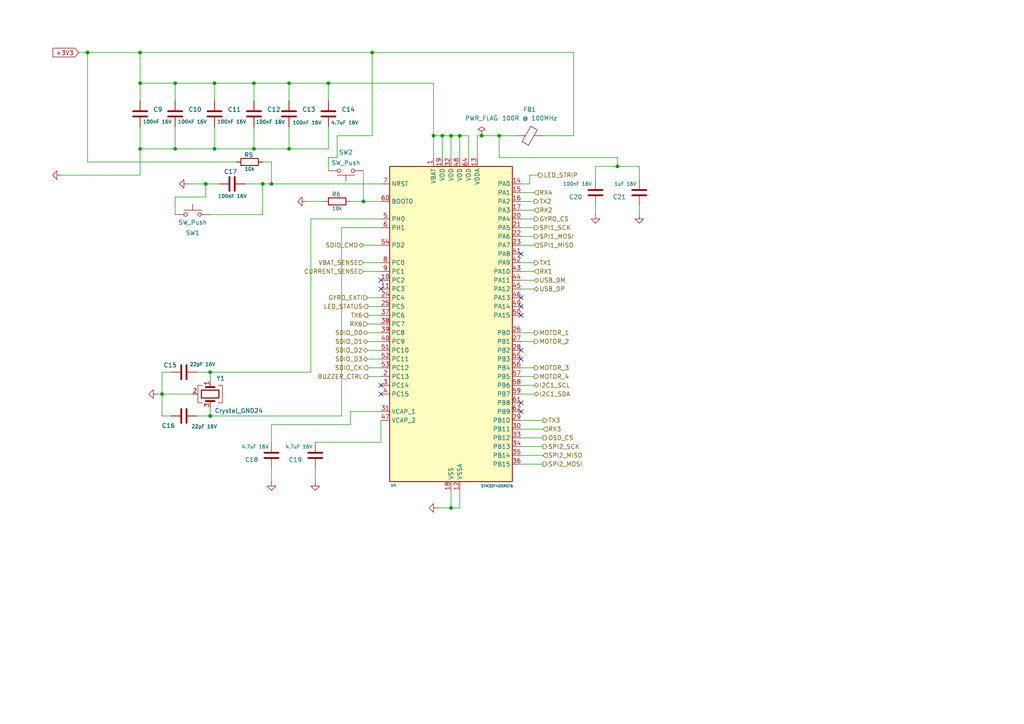
<source format=kicad_sch>
(kicad_sch (version 20250114) (generator "eeschema") (generator_version "9.0")
  (paper "A4")
  (lib_symbols
    (symbol "Device:C" (pin_numbers (hide yes)) (pin_names (offset 0.254))
      (property "Reference" "C" (at 0.635 2.54 0))
      (property "Value" "C" (at 0.635 -2.54 0))
      (symbol "C_0_1"
        (polyline (pts (xy -2.032 0.762) (xy 2.032 0.762)) (stroke (width 0.508)))
        (polyline (pts (xy -2.032 -0.762) (xy 2.032 -0.762)) (stroke (width 0.508)))
      )
      (symbol "C_1_1"
        (pin passive line (at 0 3.81 270) (length 2.794) (name "~") (number "1"))
        (pin passive line (at 0 -3.81 90) (length 2.794) (name "~") (number "2"))
      )
    )
    (symbol "Device:Crystal_GND24" (pin_names (offset 1.016) (hide yes))
      (property "Reference" "Y" (at 3.175 5.08 0))
      (property "Value" "Crystal_GND24" (at 3.175 3.175 0))
      (symbol "Crystal_GND24_0_1"
        (polyline (pts (xy -2.54 2.286) (xy -2.54 3.556) (xy 2.54 3.556) (xy 2.54 2.286)))
        (polyline (pts (xy -2.54 0) (xy -2.032 0)))
        (polyline (pts (xy -2.54 -2.286) (xy -2.54 -3.556) (xy 2.54 -3.556) (xy 2.54 -2.286)))
        (polyline (pts (xy -2.032 -1.27) (xy -2.032 1.27)) (stroke (width 0.508)))
        (rectangle (start -1.143 2.54) (end 1.143 -2.54) (stroke (width 0.3048)))
        (polyline (pts (xy 0 -3.81) (xy 0 -3.556)))
        (polyline (pts (xy 2.032 0) (xy 2.54 0)))
        (polyline (pts (xy 2.032 -1.27) (xy 2.032 1.27)) (stroke (width 0.508)))
      )
      (symbol "Crystal_GND24_1_1"
        (pin passive line (at -3.81 0 0) (length 1.27) (name "1") (number "1"))
        (pin passive line (at 0 -5.08 90) (length 1.27) (name "G") (number "2"))
        (pin passive line (at 0 -5.08 90) (length 1.27) (hide yes) (name "G") (number "4"))
        (pin passive line (at 3.81 0 180) (length 1.27) (name "3") (number "3"))
      )
    )
    (symbol "Device:FerriteBead" (pin_numbers (hide yes)) (pin_names (offset 0))
      (property "Reference" "FB" (at -3.81 0.635 90))
      (property "Value" "FerriteBead" (at 3.81 0 90))
      (symbol "FerriteBead_0_1"
        (polyline (pts (xy -2.7686 0.4064) (xy -1.7018 2.2606) (xy 2.7686 -0.3048) (xy 1.6764 -2.159) (xy -2.7686 0.4064)))
        (polyline (pts (xy 0 1.27) (xy 0 1.2954)))
        (polyline (pts (xy 0 -1.27) (xy 0 -1.2192)))
      )
      (symbol "FerriteBead_1_1"
        (pin passive line (at 0 3.81 270) (length 2.54) (name "~") (number "1"))
        (pin passive line (at 0 -3.81 90) (length 2.54) (name "~") (number "2"))
      )
    )
    (symbol "Device:R" (pin_numbers (hide yes)) (pin_names (offset 0))
      (property "Reference" "R" (at 2.032 0 90))
      (property "Value" "R" (at 0 0 90))
      (symbol "R_0_1"
        (rectangle (start -1.016 -2.54) (end 1.016 2.54) (stroke (width 0.254)))
      )
      (symbol "R_1_1"
        (pin passive line (at 0 3.81 270) (length 1.27) (name "~") (number "1"))
        (pin passive line (at 0 -3.81 90) (length 1.27) (name "~") (number "2"))
      )
    )
    (symbol "MCU_ST_STM32F4:STM32F405RGTx"
      (property "Reference" "U" (at -17.78 46.99 0))
      (property "Value" "STM32F405RGTx" (at 10.16 46.99 0))
      (symbol "STM32F405RGTx_0_1"
        (rectangle (start -17.78 -45.72) (end 17.78 45.72) (stroke (width 0.254)) (fill (type background)))
      )
      (symbol "STM32F405RGTx_1_1"
        (pin input line (at -20.32 40.64 0) (length 2.54) (name "NRST") (number "7"))
        (pin input line (at -20.32 35.56 0) (length 2.54) (name "BOOT0") (number "60"))
        (pin bidirectional line (at -20.32 30.48 0) (length 2.54) (name "PH0") (number "5"))
        (pin bidirectional line (at -20.32 27.94 0) (length 2.54) (name "PH1") (number "6"))
        (pin bidirectional line (at -20.32 22.86 0) (length 2.54) (name "PD2") (number "54"))
        (pin bidirectional line (at -20.32 17.78 0) (length 2.54) (name "PC0") (number "8"))
        (pin bidirectional line (at -20.32 15.24 0) (length 2.54) (name "PC1") (number "9"))
        (pin bidirectional line (at -20.32 12.7 0) (length 2.54) (name "PC2") (number "10"))
        (pin bidirectional line (at -20.32 10.16 0) (length 2.54) (name "PC3") (number "11"))
        (pin bidirectional line (at -20.32 7.62 0) (length 2.54) (name "PC4") (number "24"))
        (pin bidirectional line (at -20.32 5.08 0) (length 2.54) (name "PC5") (number "25"))
        (pin bidirectional line (at -20.32 2.54 0) (length 2.54) (name "PC6") (number "37"))
        (pin bidirectional line (at -20.32 0 0) (length 2.54) (name "PC7") (number "38"))
        (pin bidirectional line (at -20.32 -2.54 0) (length 2.54) (name "PC8") (number "39"))
        (pin bidirectional line (at -20.32 -5.08 0) (length 2.54) (name "PC9") (number "40"))
        (pin bidirectional line (at -20.32 -7.62 0) (length 2.54) (name "PC10") (number "51"))
        (pin bidirectional line (at -20.32 -10.16 0) (length 2.54) (name "PC11") (number "52"))
        (pin bidirectional line (at -20.32 -12.7 0) (length 2.54) (name "PC12") (number "53"))
        (pin bidirectional line (at -20.32 -15.24 0) (length 2.54) (name "PC13") (number "2"))
        (pin bidirectional line (at -20.32 -17.78 0) (length 2.54) (name "PC14") (number "3"))
        (pin bidirectional line (at -20.32 -20.32 0) (length 2.54) (name "PC15") (number "4"))
        (pin power_out line (at -20.32 -25.4 0) (length 2.54) (name "VCAP_1") (number "31"))
        (pin power_out line (at -20.32 -27.94 0) (length 2.54) (name "VCAP_2") (number "47"))
        (pin power_in line (at -5.08 48.26 270) (length 2.54) (name "VBAT") (number "1"))
        (pin power_in line (at -2.54 48.26 270) (length 2.54) (name "VDD") (number "19"))
        (pin power_in line (at 0 48.26 270) (length 2.54) (name "VDD") (number "32"))
        (pin power_in line (at 0 -48.26 90) (length 2.54) (name "VSS") (number "18"))
        (pin passive line (at 0 -48.26 90) (length 2.54) (hide yes) (name "VSS") (number "63"))
        (pin power_in line (at 2.54 48.26 270) (length 2.54) (name "VDD") (number "48"))
        (pin power_in line (at 2.54 -48.26 90) (length 2.54) (name "VSSA") (number "12"))
        (pin power_in line (at 5.08 48.26 270) (length 2.54) (name "VDD") (number "64"))
        (pin power_in line (at 7.62 48.26 270) (length 2.54) (name "VDDA") (number "13"))
        (pin bidirectional line (at 20.32 40.64 180) (length 2.54) (name "PA0") (number "14"))
        (pin bidirectional line (at 20.32 38.1 180) (length 2.54) (name "PA1") (number "15"))
        (pin bidirectional line (at 20.32 35.56 180) (length 2.54) (name "PA2") (number "16"))
        (pin bidirectional line (at 20.32 33.02 180) (length 2.54) (name "PA3") (number "17"))
        (pin bidirectional line (at 20.32 30.48 180) (length 2.54) (name "PA4") (number "20"))
        (pin bidirectional line (at 20.32 27.94 180) (length 2.54) (name "PA5") (number "21"))
        (pin bidirectional line (at 20.32 25.4 180) (length 2.54) (name "PA6") (number "22"))
        (pin bidirectional line (at 20.32 22.86 180) (length 2.54) (name "PA7") (number "23"))
        (pin bidirectional line (at 20.32 20.32 180) (length 2.54) (name "PA8") (number "41"))
        (pin bidirectional line (at 20.32 17.78 180) (length 2.54) (name "PA9") (number "42"))
        (pin bidirectional line (at 20.32 15.24 180) (length 2.54) (name "PA10") (number "43"))
        (pin bidirectional line (at 20.32 12.7 180) (length 2.54) (name "PA11") (number "44"))
        (pin bidirectional line (at 20.32 10.16 180) (length 2.54) (name "PA12") (number "45"))
        (pin bidirectional line (at 20.32 7.62 180) (length 2.54) (name "PA13") (number "46"))
        (pin bidirectional line (at 20.32 5.08 180) (length 2.54) (name "PA14") (number "49"))
        (pin bidirectional line (at 20.32 2.54 180) (length 2.54) (name "PA15") (number "50"))
        (pin bidirectional line (at 20.32 -2.54 180) (length 2.54) (name "PB0") (number "26"))
        (pin bidirectional line (at 20.32 -5.08 180) (length 2.54) (name "PB1") (number "27"))
        (pin bidirectional line (at 20.32 -7.62 180) (length 2.54) (name "PB2") (number "28"))
        (pin bidirectional line (at 20.32 -10.16 180) (length 2.54) (name "PB3") (number "55"))
        (pin bidirectional line (at 20.32 -12.7 180) (length 2.54) (name "PB4") (number "56"))
        (pin bidirectional line (at 20.32 -15.24 180) (length 2.54) (name "PB5") (number "57"))
        (pin bidirectional line (at 20.32 -17.78 180) (length 2.54) (name "PB6") (number "58"))
        (pin bidirectional line (at 20.32 -20.32 180) (length 2.54) (name "PB7") (number "59"))
        (pin bidirectional line (at 20.32 -22.86 180) (length 2.54) (name "PB8") (number "61"))
        (pin bidirectional line (at 20.32 -25.4 180) (length 2.54) (name "PB9") (number "62"))
        (pin bidirectional line (at 20.32 -27.94 180) (length 2.54) (name "PB10") (number "29"))
        (pin bidirectional line (at 20.32 -30.48 180) (length 2.54) (name "PB11") (number "30"))
        (pin bidirectional line (at 20.32 -33.02 180) (length 2.54) (name "PB12") (number "33"))
        (pin bidirectional line (at 20.32 -35.56 180) (length 2.54) (name "PB13") (number "34"))
        (pin bidirectional line (at 20.32 -38.1 180) (length 2.54) (name "PB14") (number "35"))
        (pin bidirectional line (at 20.32 -40.64 180) (length 2.54) (name "PB15") (number "36"))
      )
    )
    (symbol "Switch:SW_Push" (pin_numbers (hide yes)) (pin_names (offset 1.016) (hide yes))
      (property "Reference" "SW" (at 1.27 2.54 0))
      (property "Value" "SW_Push" (at 0 -1.524 0))
      (symbol "SW_Push_0_1"
        (circle (center -2.032 0) (radius 0.508))
        (polyline (pts (xy 0 1.27) (xy 0 3.048)))
        (circle (center 2.032 0) (radius 0.508))
        (polyline (pts (xy 2.54 1.27) (xy -2.54 1.27)))
        (pin passive line (at -5.08 0 0) (length 2.54) (name "1") (number "1"))
        (pin passive line (at 5.08 0 180) (length 2.54) (name "2") (number "2"))
      )
    )
    (symbol "power:GND" (power) (pin_numbers (hide yes)) (pin_names (offset 0) (hide yes))
      (property "Value" "GND" (at 0 -3.81 0))
      (symbol "GND_0_1"
        (polyline (pts (xy 0 0) (xy 0 -1.27) (xy 1.27 -1.27) (xy 0 -2.54) (xy -1.27 -1.27) (xy 0 -1.27)))
      )
      (symbol "GND_1_1"
        (pin power_in line (at 0 0 270) (length 0) (name "~") (number "1"))
      )
    )
    (symbol "power:PWR_FLAG" (power) (pin_numbers (hide yes)) (pin_names (offset 0) (hide yes))
      (property "Value" "PWR_FLAG" (at 0 3.81 0))
      (symbol "PWR_FLAG_0_0"
        (pin power_out line (at 0 0 90) (length 0) (name "~") (number "1"))
      )
      (symbol "PWR_FLAG_0_1"
        (polyline (pts (xy 0 0) (xy 0 1.27) (xy -1.016 1.905) (xy 0 2.54) (xy 1.016 1.905) (xy 0 1.27)))
      )
    )
  )
  (junction (at 107.95 15.24))
  (junction (at 62.23 43.18))
  (junction (at 50.8 24.13))
  (junction (at 60.96 107.95))
  (junction (at 73.66 43.18))
  (junction (at 125.73 39.37))
  (junction (at 105.41 58.42))
  (junction (at 40.64 43.18))
  (junction (at 144.78 39.37))
  (junction (at 179.07 48.26))
  (junction (at 139.7 39.37))
  (junction (at 83.82 24.13))
  (junction (at 59.69 53.34))
  (junction (at 133.35 39.37))
  (junction (at 130.81 147.32))
  (junction (at 25.4 15.24))
  (junction (at 78.74 53.34))
  (junction (at 60.96 120.65))
  (junction (at 95.25 24.13))
  (junction (at 83.82 43.18))
  (junction (at 128.27 39.37))
  (junction (at 50.8 43.18))
  (junction (at 130.81 39.37))
  (junction (at 73.66 24.13))
  (junction (at 76.2 53.34))
  (junction (at 40.64 15.24))
  (junction (at 62.23 24.13))
  (junction (at 46.99 114.3))
  (junction (at 40.64 24.13))
  (no_connect (at 151.13 88.9))
  (no_connect (at 110.49 111.76))
  (no_connect (at 151.13 86.36))
  (no_connect (at 151.13 73.66))
  (no_connect (at 151.13 91.44))
  (no_connect (at 110.49 81.28))
  (no_connect (at 110.49 83.82))
  (no_connect (at 110.49 114.3))
  (no_connect (at 151.13 101.6))
  (no_connect (at 151.13 116.84))
  (no_connect (at 151.13 104.14))
  (no_connect (at 151.13 119.38))
  (wire (pts (xy 73.66 43.18) (xy 83.82 43.18)))
  (wire (pts (xy 49.53 120.65) (xy 46.99 120.65)))
  (wire (pts (xy 101.6 123.19) (xy 78.74 123.19)))
  (wire (pts (xy 139.7 39.37) (xy 144.78 39.37)))
  (wire (pts (xy 99.06 66.04) (xy 110.49 66.04)))
  (wire (pts (xy 151.13 106.68) (xy 154.94 106.68)))
  (wire (pts (xy 40.64 15.24) (xy 107.95 15.24)))
  (wire (pts (xy 106.68 99.06) (xy 110.49 99.06)))
  (wire (pts (xy 151.13 63.5) (xy 154.94 63.5)))
  (wire (pts (xy 40.64 43.18) (xy 40.64 50.8)))
  (wire (pts (xy 151.13 55.88) (xy 154.94 55.88)))
  (wire (pts (xy 50.8 24.13) (xy 50.8 29.21)))
  (wire (pts (xy 17.78 50.8) (xy 40.64 50.8)))
  (wire (pts (xy 151.13 96.52) (xy 154.94 96.52)))
  (wire (pts (xy 153.67 53.34) (xy 153.67 50.8)))
  (wire (pts (xy 78.74 53.34) (xy 110.49 53.34)))
  (wire (pts (xy 110.49 121.92) (xy 110.49 128.27)))
  (wire (pts (xy 101.6 119.38) (xy 101.6 123.19)))
  (wire (pts (xy 90.17 107.95) (xy 90.17 63.5)))
  (wire (pts (xy 151.13 83.82) (xy 154.94 83.82)))
  (wire (pts (xy 60.96 118.11) (xy 60.96 120.65)))
  (wire (pts (xy 185.42 48.26) (xy 185.42 52.07)))
  (wire (pts (xy 151.13 134.62) (xy 157.48 134.62)))
  (wire (pts (xy 151.13 60.96) (xy 154.94 60.96)))
  (wire (pts (xy 59.69 57.15) (xy 59.69 53.34)))
  (wire (pts (xy 50.8 36.83) (xy 50.8 43.18)))
  (wire (pts (xy 40.64 29.21) (xy 40.64 24.13)))
  (wire (pts (xy 62.23 36.83) (xy 62.23 43.18)))
  (wire (pts (xy 106.68 88.9) (xy 110.49 88.9)))
  (wire (pts (xy 144.78 39.37) (xy 144.78 45.72)))
  (wire (pts (xy 130.81 39.37) (xy 130.81 45.72)))
  (wire (pts (xy 179.07 48.26) (xy 172.72 48.26)))
  (wire (pts (xy 78.74 135.89) (xy 78.74 139.7)))
  (wire (pts (xy 127 147.32) (xy 130.81 147.32)))
  (wire (pts (xy 50.8 57.15) (xy 59.69 57.15)))
  (wire (pts (xy 71.12 53.34) (xy 76.2 53.34)))
  (wire (pts (xy 133.35 39.37) (xy 133.35 45.72)))
  (wire (pts (xy 151.13 99.06) (xy 154.94 99.06)))
  (wire (pts (xy 125.73 39.37) (xy 125.73 24.13)))
  (wire (pts (xy 110.49 119.38) (xy 101.6 119.38)))
  (wire (pts (xy 133.35 147.32) (xy 133.35 142.24)))
  (wire (pts (xy 151.13 121.92) (xy 157.48 121.92)))
  (wire (pts (xy 90.17 63.5) (xy 110.49 63.5)))
  (wire (pts (xy 151.13 114.3) (xy 154.94 114.3)))
  (wire (pts (xy 172.72 62.23) (xy 172.72 59.69)))
  (wire (pts (xy 138.43 45.72) (xy 138.43 39.37)))
  (wire (pts (xy 50.8 24.13) (xy 62.23 24.13)))
  (wire (pts (xy 151.13 71.12) (xy 154.94 71.12)))
  (wire (pts (xy 135.89 45.72) (xy 135.89 39.37)))
  (wire (pts (xy 46.99 114.3) (xy 55.88 114.3)))
  (wire (pts (xy 151.13 109.22) (xy 154.94 109.22)))
  (wire (pts (xy 95.25 45.72) (xy 97.79 45.72)))
  (wire (pts (xy 91.44 135.89) (xy 91.44 139.7)))
  (wire (pts (xy 106.68 104.14) (xy 110.49 104.14)))
  (wire (pts (xy 151.13 127) (xy 157.48 127)))
  (wire (pts (xy 40.64 24.13) (xy 50.8 24.13)))
  (wire (pts (xy 157.48 39.37) (xy 166.37 39.37)))
  (wire (pts (xy 151.13 111.76) (xy 154.94 111.76)))
  (wire (pts (xy 138.43 39.37) (xy 139.7 39.37)))
  (wire (pts (xy 73.66 36.83) (xy 73.66 43.18)))
  (wire (pts (xy 59.69 53.34) (xy 63.5 53.34)))
  (wire (pts (xy 151.13 132.08) (xy 157.48 132.08)))
  (wire (pts (xy 105.41 76.2) (xy 110.49 76.2)))
  (wire (pts (xy 153.67 50.8) (xy 156.21 50.8)))
  (wire (pts (xy 130.81 142.24) (xy 130.81 147.32)))
  (wire (pts (xy 83.82 43.18) (xy 95.25 43.18)))
  (wire (pts (xy 73.66 24.13) (xy 73.66 29.21)))
  (wire (pts (xy 57.15 107.95) (xy 60.96 107.95)))
  (wire (pts (xy 95.25 24.13) (xy 95.25 29.21)))
  (wire (pts (xy 151.13 78.74) (xy 154.94 78.74)))
  (wire (pts (xy 106.68 91.44) (xy 110.49 91.44)))
  (wire (pts (xy 166.37 39.37) (xy 166.37 15.24)))
  (wire (pts (xy 106.68 106.68) (xy 110.49 106.68)))
  (wire (pts (xy 46.99 114.3) (xy 46.99 107.95)))
  (wire (pts (xy 128.27 39.37) (xy 125.73 39.37)))
  (wire (pts (xy 40.64 43.18) (xy 50.8 43.18)))
  (wire (pts (xy 130.81 147.32) (xy 133.35 147.32)))
  (wire (pts (xy 88.9 58.42) (xy 93.98 58.42)))
  (wire (pts (xy 60.96 107.95) (xy 90.17 107.95)))
  (wire (pts (xy 106.68 93.98) (xy 110.49 93.98)))
  (wire (pts (xy 57.15 120.65) (xy 60.96 120.65)))
  (wire (pts (xy 73.66 24.13) (xy 83.82 24.13)))
  (wire (pts (xy 78.74 123.19) (xy 78.74 128.27)))
  (wire (pts (xy 95.25 43.18) (xy 95.25 36.83)))
  (wire (pts (xy 105.41 58.42) (xy 110.49 58.42)))
  (wire (pts (xy 60.96 62.23) (xy 76.2 62.23)))
  (wire (pts (xy 105.41 49.53) (xy 105.41 58.42)))
  (wire (pts (xy 106.68 86.36) (xy 110.49 86.36)))
  (wire (pts (xy 60.96 120.65) (xy 99.06 120.65)))
  (wire (pts (xy 185.42 62.23) (xy 185.42 59.69)))
  (wire (pts (xy 128.27 39.37) (xy 128.27 45.72)))
  (wire (pts (xy 133.35 39.37) (xy 130.81 39.37)))
  (wire (pts (xy 185.42 48.26) (xy 179.07 48.26)))
  (wire (pts (xy 151.13 76.2) (xy 154.94 76.2)))
  (wire (pts (xy 125.73 24.13) (xy 95.25 24.13)))
  (wire (pts (xy 135.89 39.37) (xy 133.35 39.37)))
  (wire (pts (xy 62.23 24.13) (xy 73.66 24.13)))
  (wire (pts (xy 151.13 58.42) (xy 154.94 58.42)))
  (wire (pts (xy 166.37 15.24) (xy 107.95 15.24)))
  (wire (pts (xy 106.68 109.22) (xy 110.49 109.22)))
  (wire (pts (xy 151.13 68.58) (xy 154.94 68.58)))
  (wire (pts (xy 99.06 120.65) (xy 99.06 66.04)))
  (wire (pts (xy 68.58 46.99) (xy 25.4 46.99)))
  (wire (pts (xy 78.74 46.99) (xy 76.2 46.99)))
  (wire (pts (xy 172.72 48.26) (xy 172.72 52.07)))
  (wire (pts (xy 97.79 39.37) (xy 107.95 39.37)))
  (wire (pts (xy 144.78 39.37) (xy 149.86 39.37)))
  (wire (pts (xy 105.41 78.74) (xy 110.49 78.74)))
  (wire (pts (xy 45.72 114.3) (xy 46.99 114.3)))
  (wire (pts (xy 107.95 39.37) (xy 107.95 15.24)))
  (wire (pts (xy 62.23 43.18) (xy 73.66 43.18)))
  (wire (pts (xy 50.8 62.23) (xy 50.8 57.15)))
  (wire (pts (xy 151.13 129.54) (xy 157.48 129.54)))
  (wire (pts (xy 95.25 49.53) (xy 95.25 45.72)))
  (wire (pts (xy 46.99 120.65) (xy 46.99 114.3)))
  (wire (pts (xy 25.4 15.24) (xy 40.64 15.24)))
  (wire (pts (xy 50.8 43.18) (xy 62.23 43.18)))
  (wire (pts (xy 151.13 124.46) (xy 157.48 124.46)))
  (wire (pts (xy 25.4 46.99) (xy 25.4 15.24)))
  (wire (pts (xy 40.64 24.13) (xy 40.64 15.24)))
  (wire (pts (xy 83.82 36.83) (xy 83.82 43.18)))
  (wire (pts (xy 144.78 45.72) (xy 179.07 45.72)))
  (wire (pts (xy 22.86 15.24) (xy 25.4 15.24)))
  (wire (pts (xy 151.13 66.04) (xy 154.94 66.04)))
  (wire (pts (xy 106.68 101.6) (xy 110.49 101.6)))
  (wire (pts (xy 60.96 110.49) (xy 60.96 107.95)))
  (wire (pts (xy 130.81 39.37) (xy 128.27 39.37)))
  (wire (pts (xy 83.82 24.13) (xy 95.25 24.13)))
  (wire (pts (xy 76.2 62.23) (xy 76.2 53.34)))
  (wire (pts (xy 83.82 24.13) (xy 83.82 29.21)))
  (wire (pts (xy 97.79 45.72) (xy 97.79 39.37)))
  (wire (pts (xy 101.6 58.42) (xy 105.41 58.42)))
  (wire (pts (xy 110.49 128.27) (xy 91.44 128.27)))
  (wire (pts (xy 105.41 71.12) (xy 110.49 71.12)))
  (wire (pts (xy 46.99 107.95) (xy 49.53 107.95)))
  (wire (pts (xy 76.2 53.34) (xy 78.74 53.34)))
  (wire (pts (xy 179.07 45.72) (xy 179.07 48.26)))
  (wire (pts (xy 54.61 53.34) (xy 59.69 53.34)))
  (wire (pts (xy 125.73 39.37) (xy 125.73 45.72)))
  (wire (pts (xy 151.13 81.28) (xy 154.94 81.28)))
  (wire (pts (xy 40.64 36.83) (xy 40.64 43.18)))
  (wire (pts (xy 62.23 24.13) (xy 62.23 29.21)))
  (wire (pts (xy 78.74 53.34) (xy 78.74 46.99)))
  (wire (pts (xy 106.68 96.52) (xy 110.49 96.52)))
  (wire (pts (xy 151.13 53.34) (xy 153.67 53.34)))
  (global_label "+3V3" (shape input) (at 22.86 15.24 180) (property "Intersheetrefs" "${INTERSHEET_REFS}" (effects (hide yes))))
  (hierarchical_label "SPI2_MOSI" (shape output) (at 157.48 134.62 0))
  (hierarchical_label "USB_DP" (shape bidirectional) (at 154.94 83.82 0))
  (hierarchical_label "GYRO_EXTI" (shape input) (at 106.68 86.36 180))
  (hierarchical_label "MOTOR_1" (shape output) (at 154.94 96.52 0))
  (hierarchical_label "USB_DM" (shape bidirectional) (at 154.94 81.28 0))
  (hierarchical_label "MOTOR_4" (shape output) (at 154.94 109.22 0))
  (hierarchical_label "SPI1_MOSI" (shape output) (at 154.94 68.58 0))
  (hierarchical_label "SDIO_CMD" (shape bidirectional) (at 105.41 71.12 180))
  (hierarchical_label "TX1" (shape output) (at 154.94 76.2 0))
  (hierarchical_label "RX1" (shape input) (at 154.94 78.74 0))
  (hierarchical_label "SPI2_SCK" (shape output) (at 157.48 129.54 0))
  (hierarchical_label "GYRO_CS" (shape output) (at 154.94 63.5 0))
  (hierarchical_label "LED_STRIP" (shape output) (at 156.21 50.8 0))
  (hierarchical_label "TX2" (shape output) (at 154.94 58.42 0))
  (hierarchical_label "SPI1_MISO" (shape input) (at 154.94 71.12 0))
  (hierarchical_label "CURRENT_SENSE" (shape input) (at 105.41 78.74 180))
  (hierarchical_label "LED_STATUS" (shape output) (at 106.68 88.9 180))
  (hierarchical_label "RX4" (shape input) (at 154.94 55.88 0))
  (hierarchical_label "SPI1_SCK" (shape output) (at 154.94 66.04 0))
  (hierarchical_label "SDIO_CK" (shape output) (at 106.68 106.68 180))
  (hierarchical_label "SDIO_D0" (shape bidirectional) (at 106.68 96.52 180))
  (hierarchical_label "RX2" (shape input) (at 154.94 60.96 0))
  (hierarchical_label "I2C1_SDA" (shape bidirectional) (at 154.94 114.3 0))
  (hierarchical_label "RX6" (shape input) (at 106.68 93.98 180))
  (hierarchical_label "TX6" (shape output) (at 106.68 91.44 180))
  (hierarchical_label "RX3" (shape input) (at 157.48 124.46 0))
  (hierarchical_label "SPI2_MISO" (shape input) (at 157.48 132.08 0))
  (hierarchical_label "VBAT_SENSE" (shape input) (at 105.41 76.2 180))
  (hierarchical_label "OSD_CS" (shape output) (at 157.48 127 0))
  (hierarchical_label "TX3" (shape output) (at 157.48 121.92 0))
  (hierarchical_label "SDIO_D1" (shape bidirectional) (at 106.68 99.06 180))
  (hierarchical_label "SDIO_D3" (shape bidirectional) (at 106.68 104.14 180))
  (hierarchical_label "BUZZER_CTRL" (shape output) (at 106.68 109.22 180))
  (hierarchical_label "I2C1_SCL" (shape bidirectional) (at 154.94 111.76 0))
  (hierarchical_label "SDIO_D2" (shape bidirectional) (at 106.68 101.6 180))
  (hierarchical_label "MOTOR_2" (shape output) (at 154.94 99.06 0))
  (hierarchical_label "MOTOR_3" (shape output) (at 154.94 106.68 0))
  (symbol (lib_id "power:GND") (at 17.78 50.8 270) (unit 1)
    (property "Reference" "#PWR08" (effects (hide yes)))
    (property "Value" "GND" (effects (hide yes)))
    (property "Description" "Power symbol creates a global label with name \"GND\" , ground" (effects (hide yes)))
  )
  (symbol (lib_id "Device:FerriteBead") (at 153.67 39.37 90) (unit 1)
    (property "Reference" "FB1" (at 153.6192 31.75 90))
    (property "Value" "100R @ 100MHz" (at 153.6192 34.29 90))
    (property "Footprint" "Inductor_SMD:L_0402_1005Metric" (effects (hide yes)))
    (property "Description" "Ferrite bead" (effects (hide yes)))
  )
  (symbol (lib_id "Device:C") (at 67.31 53.34 90) (unit 1)
    (property "Reference" "C17" (at 68.834 49.784 90) (effects (justify left)))
    (property "Value" "100nF 16V" (at 71.628 56.896 90) (effects (font (size 1.016 1.016)) (justify left)))
    (property "Footprint" "Capacitor_SMD:C_0402_1005Metric" (effects (hide yes)))
    (property "Description" "Unpolarized capacitor" (effects (hide yes)))
  )
  (symbol (lib_id "Device:C") (at 40.64 33.02 0) (unit 1)
    (property "Reference" "C9" (at 44.45 31.7499 0) (effects (justify left)))
    (property "Value" "100nF 16V" (at 41.402 35.306 0) (effects (font (size 1.016 1.016)) (justify left)))
    (property "Footprint" "Capacitor_SMD:C_0402_1005Metric" (effects (hide yes)))
    (property "Description" "Unpolarized capacitor" (effects (hide yes)))
  )
  (symbol (lib_id "power:GND") (at 78.74 139.7 0) (unit 1)
    (property "Reference" "#PWR012" (effects (hide yes)))
    (property "Value" "GND" (effects (hide yes)))
    (property "Description" "Power symbol creates a global label with name \"GND\" , ground" (effects (hide yes)))
  )
  (symbol (lib_id "power:GND") (at 45.72 114.3 270) (unit 1)
    (property "Reference" "#PWR09" (effects (hide yes)))
    (property "Value" "GND" (effects (hide yes)))
    (property "Description" "Power symbol creates a global label with name \"GND\" , ground" (effects (hide yes)))
  )
  (symbol (lib_id "Switch:SW_Push") (at 55.88 62.23 0) (unit 1)
    (property "Reference" "SW1" (at 55.88 67.564 0))
    (property "Value" "SW_Push" (at 55.88 64.516 0))
    (property "Footprint" "Button_Switch_SMD:SW_Push_1P1T_NO_CK_KMR2" (effects (hide yes)))
    (property "Description" "Push button switch, generic, two pins" (effects (hide yes)))
  )
  (symbol (lib_id "power:PWR_FLAG") (at 139.7 39.37 0) (unit 1)
    (property "Reference" "#FLG04" (effects (hide yes)))
    (property "Value" "PWR_FLAG" (at 139.7 34.29 0))
    (property "Description" "Special symbol for telling ERC where power comes from" (effects (hide yes)))
  )
  (symbol (lib_id "Switch:SW_Push") (at 100.33 49.53 180) (unit 1)
    (property "Reference" "SW2" (at 100.33 44.196 0))
    (property "Value" "SW_Push" (at 100.33 47.244 0))
    (property "Footprint" "Button_Switch_SMD:SW_Push_1P1T_NO_CK_KMR2" (effects (hide yes)))
    (property "Description" "Push button switch, generic, two pins" (effects (hide yes)))
  )
  (symbol (lib_id "Device:C") (at 185.42 55.88 180) (unit 1)
    (property "Reference" "C21" (at 181.61 57.1501 0) (effects (justify left)))
    (property "Value" "1uF 16V" (at 184.658 53.34 0) (effects (font (size 1.016 1.016)) (justify left)))
    (property "Footprint" "Capacitor_SMD:C_0402_1005Metric" (effects (hide yes)))
    (property "Description" "Unpolarized capacitor" (effects (hide yes)))
  )
  (symbol (lib_id "power:GND") (at 91.44 139.7 0) (unit 1)
    (property "Reference" "#PWR013" (effects (hide yes)))
    (property "Value" "GND" (effects (hide yes)))
    (property "Description" "Power symbol creates a global label with name \"GND\" , ground" (effects (hide yes)))
  )
  (symbol (lib_id "Device:Crystal_GND24") (at 60.96 114.3 270) (unit 1)
    (property "Reference" "Y1" (at 62.738 109.728 90) (effects (justify left)))
    (property "Value" "Crystal_GND24" (at 62.23 119.126 90) (effects (justify left)))
    (property "Footprint" "Crystal:Crystal_SMD_3225-4Pin_3.2x2.5mm" (effects (hide yes)))
    (property "Description" "Four pin crystal, GND on pins 2 and 4" (effects (hide yes)))
    (property private "KLC_S3.3" "The rectangle is not a symbol body but a graphical element" (effects (hide yes)))
    (property private "KLC_S4.1" "Some pins are on 50mil grid to make the symbol small" (effects (hide yes)))
  )
  (symbol (lib_id "Device:C") (at 91.44 132.08 180) (unit 1)
    (property "Reference" "C19" (at 87.63 133.3501 0) (effects (justify left)))
    (property "Value" "4.7uF 16V" (at 90.678 129.54 0) (effects (font (size 1.016 1.016)) (justify left)))
    (property "Footprint" "Capacitor_SMD:C_0402_1005Metric" (effects (hide yes)))
    (property "Description" "Unpolarized capacitor" (effects (hide yes)))
  )
  (symbol (lib_id "Device:C") (at 73.66 33.02 0) (unit 1)
    (property "Reference" "C12" (at 77.47 31.7499 0) (effects (justify left)))
    (property "Value" "100nF 16V" (at 74.1821 35.3578 0) (effects (font (size 1.016 1.016)) (justify left)))
    (property "Footprint" "Capacitor_SMD:C_0402_1005Metric" (effects (hide yes)))
    (property "Description" "Unpolarized capacitor" (effects (hide yes)))
  )
  (symbol (lib_id "Device:R") (at 97.79 58.42 90) (unit 1)
    (property "Reference" "R6" (at 97.536 56.388 90))
    (property "Value" "10k" (at 97.79 60.452 90) (effects (font (size 1.016 1.016))))
    (property "Footprint" "Resistor_SMD:R_0402_1005Metric" (effects (hide yes)))
    (property "Description" "Resistor" (effects (hide yes)))
  )
  (symbol (lib_id "Device:C") (at 83.82 33.02 0) (unit 1)
    (property "Reference" "C13" (at 87.63 31.7499 0) (effects (justify left)))
    (property "Value" "100nF 16V" (at 84.836 35.56 0) (effects (font (size 1.016 1.016)) (justify left)))
    (property "Footprint" "Capacitor_SMD:C_0402_1005Metric" (effects (hide yes)))
    (property "Description" "Unpolarized capacitor" (effects (hide yes)))
  )
  (symbol (lib_id "Device:C") (at 95.25 33.02 0) (unit 1)
    (property "Reference" "C14" (at 99.06 31.7499 0) (effects (justify left)))
    (property "Value" "4.7uF 16V" (at 96.012 35.56 0) (effects (font (size 1.016 1.016)) (justify left)))
    (property "Footprint" "Capacitor_SMD:C_0402_1005Metric" (effects (hide yes)))
    (property "Description" "Unpolarized capacitor" (effects (hide yes)))
  )
  (symbol (lib_id "Device:C") (at 172.72 55.88 180) (unit 1)
    (property "Reference" "C20" (at 168.91 57.1501 0) (effects (justify left)))
    (property "Value" "100nF 16V" (at 171.704 53.34 0) (effects (font (size 1.016 1.016)) (justify left)))
    (property "Footprint" "Capacitor_SMD:C_0402_1005Metric" (effects (hide yes)))
    (property "Description" "Unpolarized capacitor" (effects (hide yes)))
  )
  (symbol (lib_id "Device:C") (at 53.34 120.65 90) (unit 1)
    (property "Reference" "C16" (at 50.8 123.444 90) (effects (justify left)))
    (property "Value" "22pF 16V" (at 62.992 123.698 90) (effects (font (size 1.016 1.016)) (justify left)))
    (property "Footprint" "Capacitor_SMD:C_0402_1005Metric" (effects (hide yes)))
    (property "Description" "Unpolarized capacitor" (effects (hide yes)))
  )
  (symbol (lib_id "Device:C") (at 53.34 107.95 90) (unit 1)
    (property "Reference" "C15" (at 51.308 105.918 90) (effects (justify left)))
    (property "Value" "22pF 16V" (at 62.484 105.664 90) (effects (font (size 1.016 1.016)) (justify left)))
    (property "Footprint" "Capacitor_SMD:C_0402_1005Metric" (effects (hide yes)))
    (property "Description" "Unpolarized capacitor" (effects (hide yes)))
  )
  (symbol (lib_id "power:GND") (at 127 147.32 270) (unit 1)
    (property "Reference" "#PWR011" (effects (hide yes)))
    (property "Value" "GND" (effects (hide yes)))
    (property "Description" "Power symbol creates a global label with name \"GND\" , ground" (effects (hide yes)))
  )
  (symbol (lib_id "power:GND") (at 54.61 53.34 270) (unit 1)
    (property "Reference" "#PWR010" (effects (hide yes)))
    (property "Value" "GND" (effects (hide yes)))
    (property "Description" "Power symbol creates a global label with name \"GND\" , ground" (effects (hide yes)))
  )
  (symbol (lib_id "Device:C") (at 62.23 33.02 0) (unit 1)
    (property "Reference" "C11" (at 66.04 31.7499 0) (effects (justify left)))
    (property "Value" "100nF 16V" (at 62.992 35.306 0) (effects (font (size 1.016 1.016)) (justify left)))
    (property "Footprint" "Capacitor_SMD:C_0402_1005Metric" (effects (hide yes)))
    (property "Description" "Unpolarized capacitor" (effects (hide yes)))
  )
  (symbol (lib_id "Device:C") (at 50.8 33.02 0) (unit 1)
    (property "Reference" "C10" (at 54.61 31.7499 0) (effects (justify left)))
    (property "Value" "100nF 16V" (at 51.562 35.306 0) (effects (font (size 1.016 1.016)) (justify left)))
    (property "Footprint" "Capacitor_SMD:C_0402_1005Metric" (effects (hide yes)))
    (property "Description" "Unpolarized capacitor" (effects (hide yes)))
  )
  (symbol (lib_id "MCU_ST_STM32F4:STM32F405RGTx") (at 130.81 93.98 0) (unit 1)
    (property "Reference" "U4" (at 113.284 140.716 0) (effects (font (size 0.762 0.762)) (justify left)))
    (property "Value" "STM32F405RGT6" (at 139.446 140.97 0) (effects (font (size 0.762 0.762)) (justify left)))
    (property "Footprint" "Package_QFP:LQFP-64_10x10mm_P0.5mm" (effects (hide yes)))
    (property "Datasheet" "https://www.st.com/resource/en/datasheet/stm32f405rg.pdf" (effects (hide yes)))
    (property "Description" "STMicroelectronics Arm Cortex-M4 MCU, 1024KB flash, 192KB RAM, 168 MHz, 1.8-3.6V, 51 GPIO, LQFP64" (effects (hide yes)))
  )
  (symbol (lib_id "power:GND") (at 88.9 58.42 270) (unit 1)
    (property "Reference" "#PWR014" (effects (hide yes)))
    (property "Value" "GND" (effects (hide yes)))
    (property "Description" "Power symbol creates a global label with name \"GND\" , ground" (effects (hide yes)))
  )
  (symbol (lib_id "power:GND") (at 172.72 62.23 0) (unit 1)
    (property "Reference" "#PWR016" (effects (hide yes)))
    (property "Value" "GND" (effects (hide yes)))
    (property "Description" "Power symbol creates a global label with name \"GND\" , ground" (effects (hide yes)))
  )
  (symbol (lib_id "power:GND") (at 185.42 62.23 0) (unit 1)
    (property "Reference" "#PWR015" (effects (hide yes)))
    (property "Value" "GND" (effects (hide yes)))
    (property "Description" "Power symbol creates a global label with name \"GND\" , ground" (effects (hide yes)))
  )
  (symbol (lib_id "Device:R") (at 72.39 46.99 90) (unit 1)
    (property "Reference" "R5" (at 72.136 44.958 90))
    (property "Value" "10k" (at 72.39 49.022 90) (effects (font (size 1.016 1.016))))
    (property "Footprint" "Resistor_SMD:R_0402_1005Metric" (effects (hide yes)))
    (property "Description" "Resistor" (effects (hide yes)))
  )
  (symbol (lib_id "Device:C") (at 78.74 132.08 180) (unit 1)
    (property "Reference" "C18" (at 74.93 133.3501 0) (effects (justify left)))
    (property "Value" "4.7uF 16V" (at 77.978 129.54 0) (effects (font (size 1.016 1.016)) (justify left)))
    (property "Footprint" "Capacitor_SMD:C_0402_1005Metric" (effects (hide yes)))
    (property "Description" "Unpolarized capacitor" (effects (hide yes)))
  )
)
</source>
